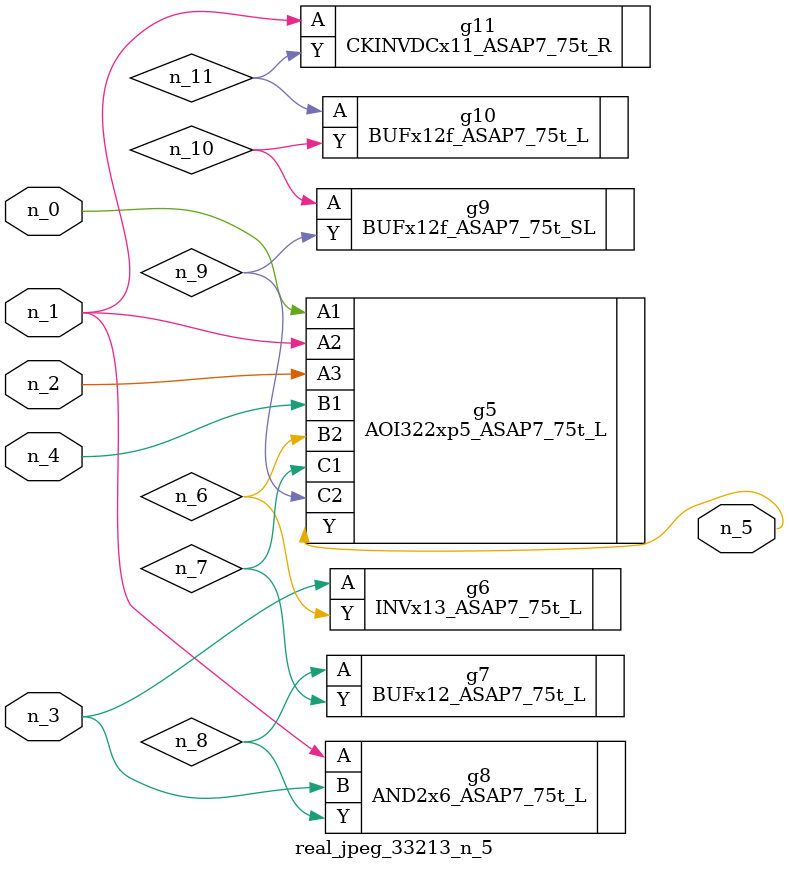
<source format=v>
module real_jpeg_33213_n_5 (n_4, n_0, n_1, n_2, n_3, n_5);

input n_4;
input n_0;
input n_1;
input n_2;
input n_3;

output n_5;

wire n_8;
wire n_11;
wire n_6;
wire n_7;
wire n_10;
wire n_9;

AOI322xp5_ASAP7_75t_L g5 ( 
.A1(n_0),
.A2(n_1),
.A3(n_2),
.B1(n_4),
.B2(n_6),
.C1(n_7),
.C2(n_9),
.Y(n_5)
);

AND2x6_ASAP7_75t_L g8 ( 
.A(n_1),
.B(n_3),
.Y(n_8)
);

CKINVDCx11_ASAP7_75t_R g11 ( 
.A(n_1),
.Y(n_11)
);

INVx13_ASAP7_75t_L g6 ( 
.A(n_3),
.Y(n_6)
);

BUFx12_ASAP7_75t_L g7 ( 
.A(n_8),
.Y(n_7)
);

BUFx12f_ASAP7_75t_SL g9 ( 
.A(n_10),
.Y(n_9)
);

BUFx12f_ASAP7_75t_L g10 ( 
.A(n_11),
.Y(n_10)
);


endmodule
</source>
